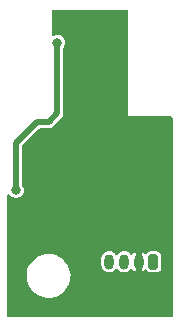
<source format=gbl>
G04 #@! TF.GenerationSoftware,KiCad,Pcbnew,7.0.7*
G04 #@! TF.CreationDate,2023-09-24T13:34:41+10:00*
G04 #@! TF.ProjectId,fyp_breakout,6679705f-6272-4656-916b-6f75742e6b69,rev?*
G04 #@! TF.SameCoordinates,Original*
G04 #@! TF.FileFunction,Copper,L2,Bot*
G04 #@! TF.FilePolarity,Positive*
%FSLAX46Y46*%
G04 Gerber Fmt 4.6, Leading zero omitted, Abs format (unit mm)*
G04 Created by KiCad (PCBNEW 7.0.7) date 2023-09-24 13:34:41*
%MOMM*%
%LPD*%
G01*
G04 APERTURE LIST*
G04 Aperture macros list*
%AMRoundRect*
0 Rectangle with rounded corners*
0 $1 Rounding radius*
0 $2 $3 $4 $5 $6 $7 $8 $9 X,Y pos of 4 corners*
0 Add a 4 corners polygon primitive as box body*
4,1,4,$2,$3,$4,$5,$6,$7,$8,$9,$2,$3,0*
0 Add four circle primitives for the rounded corners*
1,1,$1+$1,$2,$3*
1,1,$1+$1,$4,$5*
1,1,$1+$1,$6,$7*
1,1,$1+$1,$8,$9*
0 Add four rect primitives between the rounded corners*
20,1,$1+$1,$2,$3,$4,$5,0*
20,1,$1+$1,$4,$5,$6,$7,0*
20,1,$1+$1,$6,$7,$8,$9,0*
20,1,$1+$1,$8,$9,$2,$3,0*%
G04 Aperture macros list end*
G04 #@! TA.AperFunction,ComponentPad*
%ADD10RoundRect,0.200000X0.200000X0.450000X-0.200000X0.450000X-0.200000X-0.450000X0.200000X-0.450000X0*%
G04 #@! TD*
G04 #@! TA.AperFunction,ComponentPad*
%ADD11O,0.800000X1.300000*%
G04 #@! TD*
G04 #@! TA.AperFunction,ViaPad*
%ADD12C,0.800000*%
G04 #@! TD*
G04 #@! TA.AperFunction,ViaPad*
%ADD13C,0.500000*%
G04 #@! TD*
G04 #@! TA.AperFunction,Conductor*
%ADD14C,0.500000*%
G04 #@! TD*
G04 APERTURE END LIST*
D10*
X150375000Y-116800000D03*
D11*
X149125000Y-116800000D03*
X147875000Y-116800000D03*
X146625000Y-116800000D03*
D12*
X149150500Y-113250000D03*
D13*
X150750000Y-120250000D03*
X143000000Y-104250000D03*
X140250000Y-112750000D03*
X151500000Y-106000000D03*
X142250000Y-96250000D03*
X146750000Y-100250000D03*
X143500000Y-95750000D03*
D12*
X141500000Y-111250000D03*
D13*
X147750000Y-120250000D03*
D12*
X147500000Y-103500000D03*
D13*
X138750000Y-114250000D03*
D12*
X148500000Y-106250000D03*
D13*
X141750000Y-112750000D03*
D12*
X146750000Y-96000000D03*
D13*
X146250000Y-118750000D03*
X138750000Y-112750000D03*
X143250000Y-114250000D03*
X141500000Y-106250000D03*
X151250000Y-112500000D03*
X141750000Y-114250000D03*
X146750000Y-102750000D03*
X151250000Y-111000000D03*
X149250000Y-118750000D03*
X147500000Y-110500000D03*
X144750000Y-114250000D03*
X146750000Y-101500000D03*
X145000000Y-95750000D03*
D12*
X142250000Y-98250000D03*
X138750000Y-110750000D03*
D14*
X138750000Y-106750000D02*
X140500000Y-105000000D01*
X142250000Y-104250000D02*
X142250000Y-98250000D01*
X140500000Y-105000000D02*
X141500000Y-105000000D01*
X138750000Y-110750000D02*
X138750000Y-106750000D01*
X141500000Y-105000000D02*
X142250000Y-104250000D01*
G04 #@! TA.AperFunction,Conductor*
G36*
X148193039Y-95519685D02*
G01*
X148238794Y-95572489D01*
X148250000Y-95624000D01*
X148250000Y-104500000D01*
X151876000Y-104500000D01*
X151943039Y-104519685D01*
X151988794Y-104572489D01*
X152000000Y-104624000D01*
X152000000Y-121376000D01*
X151980315Y-121443039D01*
X151927511Y-121488794D01*
X151876000Y-121500000D01*
X138124000Y-121500000D01*
X138056961Y-121480315D01*
X138011206Y-121427511D01*
X138000000Y-121376000D01*
X138000000Y-118067909D01*
X139641779Y-118067909D01*
X139671468Y-118337735D01*
X139671470Y-118337748D01*
X139706127Y-118470315D01*
X139740132Y-118600384D01*
X139846303Y-118850224D01*
X139918588Y-118968668D01*
X139987716Y-119081940D01*
X139987717Y-119081942D01*
X139987719Y-119081944D01*
X140161368Y-119290604D01*
X140363546Y-119471757D01*
X140589947Y-119621542D01*
X140835743Y-119736767D01*
X141095697Y-119814975D01*
X141364268Y-119854500D01*
X141364273Y-119854500D01*
X141567786Y-119854500D01*
X141619394Y-119850722D01*
X141770740Y-119839645D01*
X141881488Y-119814975D01*
X142035702Y-119780623D01*
X142035704Y-119780622D01*
X142035709Y-119780621D01*
X142289261Y-119683646D01*
X142525991Y-119550786D01*
X142740853Y-119384875D01*
X142929269Y-119189447D01*
X143087223Y-118968668D01*
X143211348Y-118727244D01*
X143298998Y-118470320D01*
X143348306Y-118203371D01*
X143358220Y-117932089D01*
X143328530Y-117662253D01*
X143259868Y-117399616D01*
X143153697Y-117149776D01*
X143117786Y-117090934D01*
X145974500Y-117090934D01*
X145989929Y-117213057D01*
X145989929Y-117213060D01*
X146050431Y-117365869D01*
X146050436Y-117365878D01*
X146147034Y-117498835D01*
X146147037Y-117498837D01*
X146273674Y-117603600D01*
X146422387Y-117673579D01*
X146583830Y-117704376D01*
X146747860Y-117694056D01*
X146904171Y-117643268D01*
X147042940Y-117555202D01*
X147155448Y-117435393D01*
X147160789Y-117429706D01*
X147162618Y-117431424D01*
X147208188Y-117396273D01*
X147277800Y-117390283D01*
X147339601Y-117422878D01*
X147353513Y-117438932D01*
X147397034Y-117498835D01*
X147397037Y-117498837D01*
X147523674Y-117603600D01*
X147672387Y-117673579D01*
X147833830Y-117704376D01*
X147997860Y-117694056D01*
X148154171Y-117643268D01*
X148292940Y-117555202D01*
X148405448Y-117435393D01*
X148410789Y-117429706D01*
X148412510Y-117431322D01*
X148458487Y-117395851D01*
X148528099Y-117389855D01*
X148589902Y-117422445D01*
X148603822Y-117438505D01*
X148647407Y-117498494D01*
X148647408Y-117498495D01*
X148773943Y-117603173D01*
X148875000Y-117650726D01*
X148875000Y-117156264D01*
X148894685Y-117089225D01*
X148947489Y-117043470D01*
X149016647Y-117033526D01*
X149023192Y-117034647D01*
X149100373Y-117050000D01*
X149100376Y-117050000D01*
X149149626Y-117050000D01*
X149226808Y-117034647D01*
X149296400Y-117040874D01*
X149351577Y-117083736D01*
X149374822Y-117149626D01*
X149375000Y-117156264D01*
X149375000Y-117652219D01*
X149403953Y-117642812D01*
X149542623Y-117554810D01*
X149607334Y-117485899D01*
X149667575Y-117450504D01*
X149737389Y-117453296D01*
X149794610Y-117493390D01*
X149797497Y-117497149D01*
X149852848Y-117572148D01*
X149852849Y-117572148D01*
X149852850Y-117572150D01*
X149962118Y-117652793D01*
X149989185Y-117662264D01*
X150090299Y-117697646D01*
X150120730Y-117700500D01*
X150120734Y-117700500D01*
X150629270Y-117700500D01*
X150659699Y-117697646D01*
X150659701Y-117697646D01*
X150728479Y-117673579D01*
X150787882Y-117652793D01*
X150897150Y-117572150D01*
X150977793Y-117462882D01*
X151011736Y-117365878D01*
X151022646Y-117334701D01*
X151022646Y-117334699D01*
X151025500Y-117304269D01*
X151025500Y-116295730D01*
X151022646Y-116265300D01*
X151022646Y-116265298D01*
X150977793Y-116137119D01*
X150977792Y-116137117D01*
X150960477Y-116113656D01*
X150897150Y-116027850D01*
X150787882Y-115947207D01*
X150787880Y-115947206D01*
X150659700Y-115902353D01*
X150629270Y-115899500D01*
X150629266Y-115899500D01*
X150120734Y-115899500D01*
X150120730Y-115899500D01*
X150090300Y-115902353D01*
X150090298Y-115902353D01*
X149962119Y-115947206D01*
X149962117Y-115947207D01*
X149852849Y-116027850D01*
X149800326Y-116099016D01*
X149744678Y-116141266D01*
X149675022Y-116146723D01*
X149613473Y-116113656D01*
X149607728Y-116106975D01*
X149602591Y-116101504D01*
X149476056Y-115996825D01*
X149375000Y-115949272D01*
X149375000Y-116443735D01*
X149355315Y-116510774D01*
X149302511Y-116556529D01*
X149233353Y-116566473D01*
X149226809Y-116565352D01*
X149149628Y-116550000D01*
X149149624Y-116550000D01*
X149100376Y-116550000D01*
X149100371Y-116550000D01*
X149023191Y-116565352D01*
X148953599Y-116559125D01*
X148898422Y-116516261D01*
X148875178Y-116450372D01*
X148875000Y-116443735D01*
X148875000Y-115947779D01*
X148874999Y-115947778D01*
X148846044Y-115957187D01*
X148707379Y-116045187D01*
X148707378Y-116045188D01*
X148589619Y-116170590D01*
X148587826Y-116168907D01*
X148542094Y-116204166D01*
X148472480Y-116210139D01*
X148410688Y-116177528D01*
X148396798Y-116161496D01*
X148352965Y-116101164D01*
X148352962Y-116101162D01*
X148226326Y-115996400D01*
X148077612Y-115926420D01*
X147994517Y-115910569D01*
X147916170Y-115895624D01*
X147916166Y-115895624D01*
X147752139Y-115905944D01*
X147595828Y-115956732D01*
X147595824Y-115956734D01*
X147457059Y-116044798D01*
X147339211Y-116170294D01*
X147337387Y-116168581D01*
X147291764Y-116203744D01*
X147222149Y-116209706D01*
X147160362Y-116177085D01*
X147146488Y-116161071D01*
X147102963Y-116101163D01*
X147035299Y-116045187D01*
X146976326Y-115996400D01*
X146827612Y-115926420D01*
X146744517Y-115910569D01*
X146666170Y-115895624D01*
X146666166Y-115895624D01*
X146502139Y-115905944D01*
X146345828Y-115956732D01*
X146345824Y-115956734D01*
X146207059Y-116044798D01*
X146094554Y-116164603D01*
X146094548Y-116164611D01*
X146015374Y-116308628D01*
X146015371Y-116308638D01*
X145974500Y-116467819D01*
X145974500Y-117090934D01*
X143117786Y-117090934D01*
X143012281Y-116918056D01*
X142838632Y-116709396D01*
X142830885Y-116702455D01*
X142636454Y-116528243D01*
X142410055Y-116378459D01*
X142379764Y-116364259D01*
X142164257Y-116263233D01*
X141904303Y-116185025D01*
X141904301Y-116185024D01*
X141904299Y-116185024D01*
X141804206Y-116170294D01*
X141635732Y-116145500D01*
X141432219Y-116145500D01*
X141432214Y-116145500D01*
X141229260Y-116160355D01*
X141229246Y-116160357D01*
X140964297Y-116219376D01*
X140964290Y-116219379D01*
X140710736Y-116316355D01*
X140474012Y-116449211D01*
X140259140Y-116615130D01*
X140259139Y-116615132D01*
X140070734Y-116810549D01*
X140070732Y-116810551D01*
X139912778Y-117031329D01*
X139788656Y-117272746D01*
X139788649Y-117272762D01*
X139701005Y-117529666D01*
X139701001Y-117529684D01*
X139651693Y-117796631D01*
X139651693Y-117796633D01*
X139641779Y-118067909D01*
X138000000Y-118067909D01*
X138000000Y-111206484D01*
X138019685Y-111139445D01*
X138072489Y-111093690D01*
X138141647Y-111083746D01*
X138205203Y-111112771D01*
X138226050Y-111136044D01*
X138259515Y-111184528D01*
X138259517Y-111184530D01*
X138377760Y-111289283D01*
X138377762Y-111289284D01*
X138517634Y-111362696D01*
X138671014Y-111400500D01*
X138671015Y-111400500D01*
X138828985Y-111400500D01*
X138982365Y-111362696D01*
X138982364Y-111362695D01*
X139122240Y-111289283D01*
X139240483Y-111184530D01*
X139330220Y-111054523D01*
X139386237Y-110906818D01*
X139405278Y-110750000D01*
X139386237Y-110593182D01*
X139330220Y-110445477D01*
X139272450Y-110361782D01*
X139250567Y-110295427D01*
X139250500Y-110291342D01*
X139250500Y-107008675D01*
X139270185Y-106941636D01*
X139286814Y-106920999D01*
X140670994Y-105536819D01*
X140732318Y-105503334D01*
X140758676Y-105500500D01*
X141432857Y-105500500D01*
X141459215Y-105503334D01*
X141463927Y-105504359D01*
X141515671Y-105500657D01*
X141520094Y-105500500D01*
X141535799Y-105500500D01*
X141551342Y-105498264D01*
X141555740Y-105497791D01*
X141607483Y-105494091D01*
X141611992Y-105492408D01*
X141637685Y-105485850D01*
X141642457Y-105485165D01*
X141689646Y-105463613D01*
X141693728Y-105461922D01*
X141722638Y-105451140D01*
X141742329Y-105443797D01*
X141742329Y-105443796D01*
X141742331Y-105443796D01*
X141746189Y-105440907D01*
X141768995Y-105427375D01*
X141773373Y-105425377D01*
X141812564Y-105391416D01*
X141816014Y-105388637D01*
X141818930Y-105386453D01*
X141828593Y-105379221D01*
X141839720Y-105368092D01*
X141842925Y-105365109D01*
X141882143Y-105331128D01*
X141884751Y-105327068D01*
X141901381Y-105306431D01*
X142556431Y-104651381D01*
X142577068Y-104634751D01*
X142581128Y-104632143D01*
X142615109Y-104592925D01*
X142618092Y-104589720D01*
X142629221Y-104578593D01*
X142636453Y-104568930D01*
X142638637Y-104566014D01*
X142641417Y-104562564D01*
X142646928Y-104556204D01*
X142675377Y-104523373D01*
X142677375Y-104518995D01*
X142690907Y-104496189D01*
X142693796Y-104492331D01*
X142711922Y-104443728D01*
X142713614Y-104439645D01*
X142735165Y-104392457D01*
X142735850Y-104387685D01*
X142742409Y-104361992D01*
X142744091Y-104357483D01*
X142747791Y-104305740D01*
X142748265Y-104301340D01*
X142750500Y-104285799D01*
X142750500Y-104270094D01*
X142750658Y-104265669D01*
X142750863Y-104262804D01*
X142754359Y-104213927D01*
X142753332Y-104209206D01*
X142750500Y-104182858D01*
X142750500Y-98708657D01*
X142770185Y-98641618D01*
X142772450Y-98638217D01*
X142830219Y-98554524D01*
X142830220Y-98554523D01*
X142886237Y-98406818D01*
X142905278Y-98250000D01*
X142886237Y-98093182D01*
X142830220Y-97945477D01*
X142740483Y-97815470D01*
X142622240Y-97710717D01*
X142622238Y-97710716D01*
X142622237Y-97710715D01*
X142482365Y-97637303D01*
X142328986Y-97599500D01*
X142328985Y-97599500D01*
X142171015Y-97599500D01*
X142171014Y-97599500D01*
X142017634Y-97637303D01*
X141931626Y-97682445D01*
X141863118Y-97696171D01*
X141798065Y-97670679D01*
X141757120Y-97614063D01*
X141750000Y-97572649D01*
X141750000Y-95624000D01*
X141769685Y-95556961D01*
X141822489Y-95511206D01*
X141874000Y-95500000D01*
X148126000Y-95500000D01*
X148193039Y-95519685D01*
G37*
G04 #@! TD.AperFunction*
M02*

</source>
